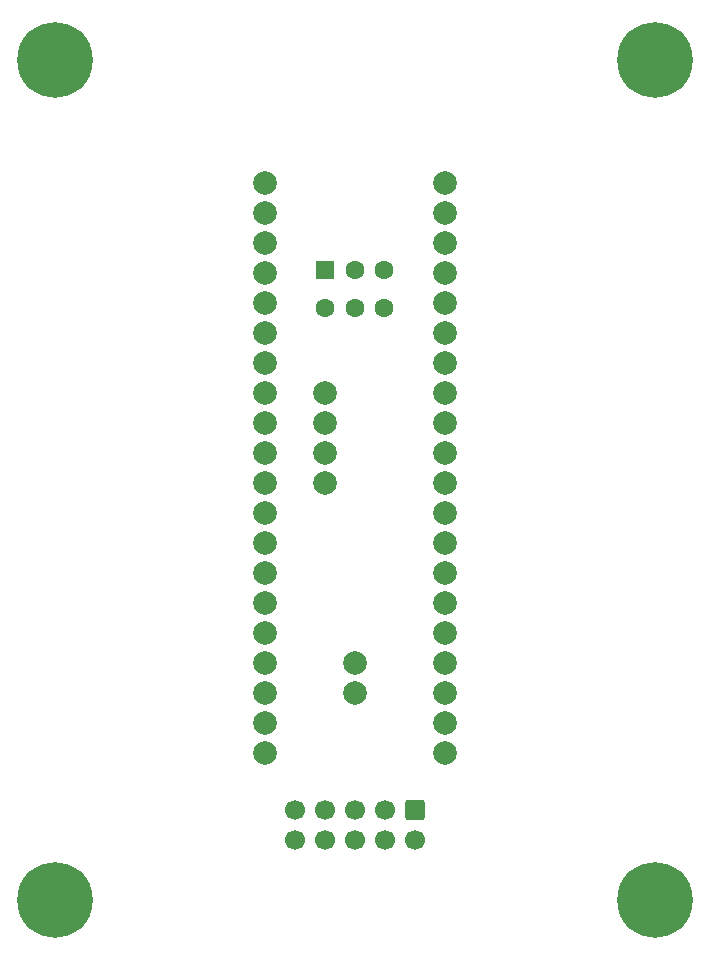
<source format=gbr>
G04 #@! TF.GenerationSoftware,KiCad,Pcbnew,(6.0.7)*
G04 #@! TF.CreationDate,2022-08-19T22:41:48+07:00*
G04 #@! TF.ProjectId,flashbed,666c6173-6862-4656-942e-6b696361645f,rev?*
G04 #@! TF.SameCoordinates,Original*
G04 #@! TF.FileFunction,Soldermask,Bot*
G04 #@! TF.FilePolarity,Negative*
%FSLAX46Y46*%
G04 Gerber Fmt 4.6, Leading zero omitted, Abs format (unit mm)*
G04 Created by KiCad (PCBNEW (6.0.7)) date 2022-08-19 22:41:48*
%MOMM*%
%LPD*%
G01*
G04 APERTURE LIST*
G04 Aperture macros list*
%AMRoundRect*
0 Rectangle with rounded corners*
0 $1 Rounding radius*
0 $2 $3 $4 $5 $6 $7 $8 $9 X,Y pos of 4 corners*
0 Add a 4 corners polygon primitive as box body*
4,1,4,$2,$3,$4,$5,$6,$7,$8,$9,$2,$3,0*
0 Add four circle primitives for the rounded corners*
1,1,$1+$1,$2,$3*
1,1,$1+$1,$4,$5*
1,1,$1+$1,$6,$7*
1,1,$1+$1,$8,$9*
0 Add four rect primitives between the rounded corners*
20,1,$1+$1,$2,$3,$4,$5,0*
20,1,$1+$1,$4,$5,$6,$7,0*
20,1,$1+$1,$6,$7,$8,$9,0*
20,1,$1+$1,$8,$9,$2,$3,0*%
G04 Aperture macros list end*
%ADD10C,2.000000*%
%ADD11RoundRect,0.250000X-0.600000X0.600000X-0.600000X-0.600000X0.600000X-0.600000X0.600000X0.600000X0*%
%ADD12C,1.700000*%
%ADD13R,1.600000X1.600000*%
%ADD14C,1.600000*%
%ADD15C,0.800000*%
%ADD16C,6.400000*%
G04 APERTURE END LIST*
D10*
X82550000Y-74930000D03*
X82550000Y-77470000D03*
X80010000Y-52070000D03*
X80010000Y-54610000D03*
X80010000Y-57150000D03*
X80010000Y-59690000D03*
D11*
X87630000Y-87376000D03*
D12*
X87630000Y-89916000D03*
X85090000Y-87376000D03*
X85090000Y-89916000D03*
X82550000Y-87376000D03*
X82550000Y-89916000D03*
X80010000Y-87376000D03*
X80010000Y-89916000D03*
X77470000Y-87376000D03*
X77470000Y-89916000D03*
D13*
X80050000Y-41656000D03*
D14*
X82550000Y-41656000D03*
X85050000Y-41656000D03*
X80050000Y-44856000D03*
X82550000Y-44856000D03*
X85050000Y-44856000D03*
D15*
X106252944Y-93298944D03*
X109647056Y-96693056D03*
X109647056Y-93298944D03*
X110350000Y-94996000D03*
D16*
X107950000Y-94996000D03*
D15*
X107950000Y-92596000D03*
X106252944Y-96693056D03*
X107950000Y-97396000D03*
X105550000Y-94996000D03*
X59550000Y-23876000D03*
X57150000Y-26276000D03*
X54750000Y-23876000D03*
D16*
X57150000Y-23876000D03*
D15*
X57150000Y-21476000D03*
X58847056Y-22178944D03*
X58847056Y-25573056D03*
X55452944Y-25573056D03*
X55452944Y-22178944D03*
X57150000Y-92596000D03*
D16*
X57150000Y-94996000D03*
D15*
X55452944Y-96693056D03*
X58847056Y-93298944D03*
X57150000Y-97396000D03*
X55452944Y-93298944D03*
X54750000Y-94996000D03*
X58847056Y-96693056D03*
X59550000Y-94996000D03*
D10*
X90170000Y-34290000D03*
X90170000Y-36830000D03*
X90170000Y-39370000D03*
X90170000Y-41910000D03*
X90170000Y-44450000D03*
X90170000Y-46990000D03*
X90170000Y-49530000D03*
X90170000Y-52070000D03*
X90170000Y-54610000D03*
X90170000Y-57150000D03*
X90170000Y-59690000D03*
X90170000Y-62230000D03*
X90170000Y-64770000D03*
X90170000Y-67310000D03*
X90170000Y-69850000D03*
X90170000Y-72390000D03*
X90170000Y-74930000D03*
X90170000Y-77470000D03*
X90170000Y-80010000D03*
X90170000Y-82550000D03*
X74930000Y-34290000D03*
X74930000Y-36830000D03*
X74930000Y-39370000D03*
X74930000Y-41910000D03*
X74930000Y-44450000D03*
X74930000Y-46990000D03*
X74930000Y-49530000D03*
X74930000Y-52070000D03*
X74930000Y-54610000D03*
X74930000Y-57150000D03*
X74930000Y-59690000D03*
X74930000Y-62230000D03*
X74930000Y-64770000D03*
X74930000Y-67310000D03*
X74930000Y-69850000D03*
X74930000Y-72390000D03*
X74930000Y-74930000D03*
X74930000Y-77470000D03*
X74930000Y-80010000D03*
X74930000Y-82550000D03*
D16*
X107950000Y-23876000D03*
D15*
X105550000Y-23876000D03*
X106252944Y-25573056D03*
X110350000Y-23876000D03*
X109647056Y-22178944D03*
X106252944Y-22178944D03*
X107950000Y-21476000D03*
X109647056Y-25573056D03*
X107950000Y-26276000D03*
M02*

</source>
